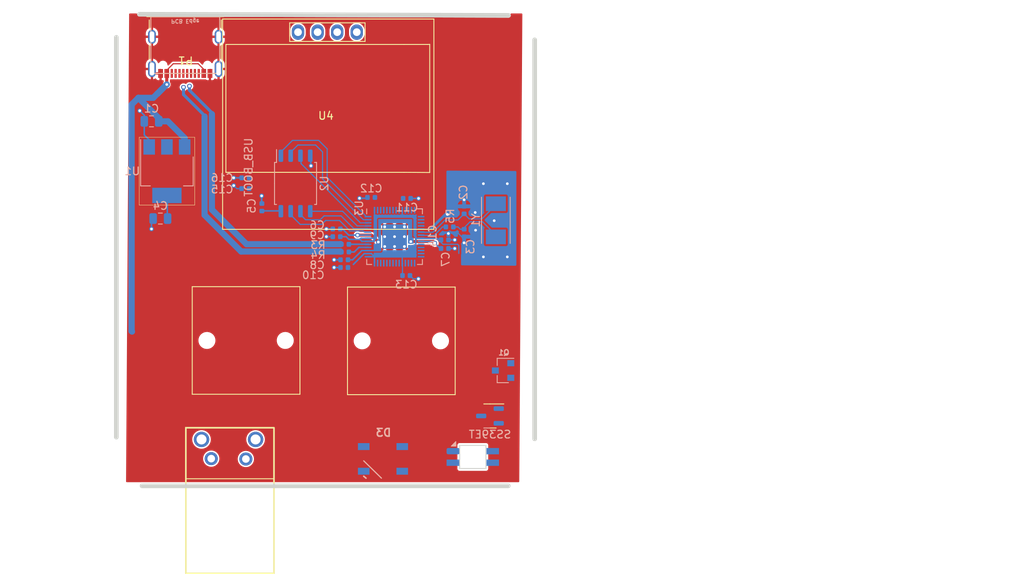
<source format=kicad_pcb>
(kicad_pcb (version 20221018) (generator pcbnew)
  (title_block (title "RP2040 Minimal Design Example") (date "2020-07-13") (rev "REV1") (company "Raspberry Pi (Trading) Ltd"))
  (layers (0 "F.Cu" signal) (31 "B.Cu" signal) (34 "B.Paste" user) (35 "F.Paste" user) (36 "B.SilkS" user "B.Silkscreen") (37 "F.SilkS" user "F.Silkscreen") (38 "B.Mask" user) (39 "F.Mask" user) (44 "Edge.Cuts" user))
  (net 0 "")
  (net 1 "GND")
  (net 2 "VBUS")
  (net 3 "/XIN")
  (net 4 "/XOUT")
  (net 5 "+3V3")
  (net 6 "+1V1")
  (net 7 "/GPIO2")
  (net 8 "/GPIO1")
  (net 9 "/GPIO0")
  (net 10 "Net-(R4-Pad2)")
  (net 11 "Net-(R3-Pad2)")
  (net 12 "Net-(C3-Pad1)")
  (net 13 "/RUN")
  (net 14 "/GPIO9")
  (net 15 "/GPIO8")
  (net 16 "/GPIO7")
  (net 17 "/GPIO6")
  (net 18 "/GPIO5")
  (net 19 "/GPIO4")
  (net 20 "/GPIO3")
  (net 21 "/SWD")
  (net 22 "/SWCLK")
  (net 23 "/QSPI_SS")
  (net 24 "/GPIO29_ADC3")
  (net 25 "/GPIO28_ADC2")
  (net 26 "/QSPI_SD3")
  (net 27 "/QSPI_SCLK")
  (net 28 "/QSPI_SD0")
  (net 29 "/QSPI_SD2")
  (net 30 "/QSPI_SD1")
  (net 31 "/USB_D+")
  (net 32 "/USB_D-")
  (net 33 "/GPIO27_ADC1")
  (net 34 "/GPIO26_ADC0")
  (net 35 "/GPIO25")
  (net 36 "/GPIO24")
  (net 37 "/GPIO23")
  (net 38 "/GPIO22")
  (net 39 "/GPIO21")
  (net 40 "/GPIO20")
  (net 41 "/GPIO19")
  (net 42 "/GPIO18")
  (net 43 "/GPIO17")
  (net 44 "/GPIO16")
  (net 45 "/GPIO15")
  (net 46 "/GPIO14")
  (net 47 "/GPIO13")
  (net 48 "/GPIO12")
  (net 49 "/GPIO11")
  (net 50 "/GPIO10")
  (footprint "Button_Switch_Keyboard:SW_Lekker_MX_1.00u_PCB" (layer "F.Cu") (at 91.935 107.89)
    (fp_text reference "REF**" hide)
    (fp_text value "SW_Lekker_MX_1.00u_PCB")
    (pad "" np_thru_hole circle (at -7.62 5.08) (size 1.7 1.7) (drill 1.7) (layers "*.Cu" "*.Mask"))
    (pad "" np_thru_hole circle (at 2.54 5.08) (size 1.7 1.7) (drill 1.7) (layers "*.Cu" "*.Mask"))
  )
  (footprint "Button_Switch_THT:2-1825027-0_Right_Angle_Button" (layer "F.Cu") (at 83.61436 125.8198)
    (fp_text reference "SW1" hide)
    (fp_text value "2-1825027-0_Right_Angle_Switch-9.24mm_Stem")
    (pad "1" thru_hole circle (at 1.26 2.49) (size 1.7 1.7) (drill 0.99) (layers "*.Cu" "*.Mask"))
    (pad "2" thru_hole circle (at 5.75 2.54) (size 1.7 1.7) (drill 0.99) (layers "*.Cu" "*.Mask"))
    (pad "3" thru_hole circle (at 0 0) (size 2 2) (drill 1.3) (layers "*.Cu" "*.Mask"))
    (pad "4" thru_hole circle (at 7.01 0) (size 2 2) (drill 1.3) (layers "*.Cu" "*.Mask"))
  )
  (footprint "Button_Switch_Keyboard:SW_Lekker_MX_1.00u_PCB" (layer "F.Cu") (at 112.07 107.94)
    (fp_text reference "REF**" hide)
    (fp_text value "SW_Lekker_MX_1.00u_PCB")
    (pad "" np_thru_hole circle (at -7.62 5.08) (size 1.7 1.7) (drill 1.7) (layers "*.Cu" "*.Mask"))
    (pad "" np_thru_hole circle (at 2.54 5.08) (size 1.7 1.7) (drill 1.7) (layers "*.Cu" "*.Mask"))
  )
  (footprint "Connector_USB:USB_C_Receptacle_GCT_USB4105-xx-A_16P_TopMnt_Horizontal" (layer "F.Cu") (at 81.505 74.62 180)
    (fp_text reference "P1" (at -0.03 -2 180 unlocked) (layer "F.SilkS"))
    (fp_text value "USB_C_Receptacle_GCT_USB4105-xx-A_16P_TopMnt_Horizontal")
    (fp_text user "PCB Edge" (at 0 3.1 180 unlocked) (layer "B.SilkS") (effects (font (size 0.5 0.5) (thickness 0.1)) (justify mirror)))
    (pad "" np_thru_hole circle (at -2.89 -2.605 180) (size 0.65 0.65) (drill 0.65) (layers "F&B.Cu" "*.Mask"))
    (pad "" np_thru_hole circle (at 2.89 -2.605 180) (size 0.65 0.65) (drill 0.65) (layers "F&B.Cu" "*.Mask"))
    (pad "A1" smd rect (at -3.2 -3.68 180) (size 0.6 1.15) (layers "F.Cu" "F.Paste" "F.Mask") (net 1 "GND"))
    (pad "A4" smd rect (at -2.4 -3.68 180) (size 0.6 1.15) (layers "F.Cu" "F.Paste" "F.Mask") (net 2 "VBUS"))
    (pad "A5" smd rect (at -1.25 -3.68 180) (size 0.3 1.15) (layers "F.Cu" "F.Paste" "F.Mask"))
    (pad "A6" smd rect (at -0.25 -3.68 180) (size 0.3 1.15) (layers "F.Cu" "F.Paste" "F.Mask") (net 31 "/USB_D+"))
    (pad "A7" smd rect (at 0.25 -3.68 180) (size 0.3 1.15) (layers "F.Cu" "F.Paste" "F.Mask") (net 32 "/USB_D-"))
    (pad "A8" smd rect (at 1.25 -3.68 180) (size 0.3 1.15) (layers "F.Cu" "F.Paste" "F.Mask"))
    (pad "A9" smd rect (at 2.4 -3.68 180) (size 0.6 1.15) (layers "F.Cu" "F.Paste" "F.Mask") (net 2 "VBUS"))
    (pad "A12" smd rect (at 3.2 -3.68 180) (size 0.6 1.15) (layers "F.Cu" "F.Paste" "F.Mask") (net 1 "GND"))
    (pad "B1" smd rect (at 3.2 -3.68 180) (size 0.6 1.15) (layers "F.Cu" "F.Paste" "F.Mask") (net 1 "GND"))
    (pad "B4" smd rect (at 2.4 -3.68 180) (size 0.6 1.15) (layers "F.Cu" "F.Paste" "F.Mask") (net 2 "VBUS"))
    (pad "B5" smd rect (at 1.75 -3.68 180) (size 0.3 1.15) (layers "F.Cu" "F.Paste" "F.Mask"))
    (pad "B6" smd rect (at 0.75 -3.68 180) (size 0.3 1.15) (layers "F.Cu" "F.Paste" "F.Mask"))
    (pad "B7" smd rect (at -0.75 -3.68 180) (size 0.3 1.15) (layers "F.Cu" "F.Paste" "F.Mask"))
    (pad "B8" smd rect (at -1.75 -3.68 180) (size 0.3 1.15) (layers "F.Cu" "F.Paste" "F.Mask"))
    (pad "B9" smd rect (at -2.4 -3.68 180) (size 0.6 1.15) (layers "F.Cu" "F.Paste" "F.Mask") (net 2 "VBUS"))
    (pad "B12" smd rect (at -3.2 -3.68 180) (size 0.6 1.15) (layers "F.Cu" "F.Paste" "F.Mask") (net 1 "GND"))
    (pad "S1" thru_hole oval (at -4.32 -3.105 180) (size 1 2.1) (drill oval 0.6 1.7) (layers "*.Cu" "*.Mask") (net 1 "GND"))
    (pad "S1" thru_hole oval (at -4.32 1.075 180) (size 1 1.8) (drill oval 0.6 1.4) (layers "*.Cu" "*.Mask") (net 1 "GND"))
    (pad "S1" thru_hole oval (at 4.32 -3.105 180) (size 1 2.1) (drill oval 0.6 1.7) (layers "*.Cu" "*.Mask") (net 1 "GND"))
    (pad "S1" thru_hole oval (at 4.32 1.075 180) (size 1 1.8) (drill oval 0.6 1.4) (layers "*.Cu" "*.Mask") (net 1 "GND"))
  )
  (footprint "SSD1306:128x64OLED" (layer "F.Cu") (at 99.75 83.545)
    (fp_text reference "U4" (at 0 0.254) (layer "F.SilkS"))
    (fp_text value "128x64OLED")
    (pad "1" thru_hole oval (at -3.62 -10.6 90) (size 2 1.6) (drill 1) (layers "*.Cu" "*.Mask"))
    (pad "2" thru_hole oval (at -1.08 -10.6 90) (size 2 1.6) (drill 1) (layers "*.Cu" "*.Mask"))
    (pad "3" thru_hole oval (at 1.46 -10.6 90) (size 2 1.6) (drill 1) (layers "*.Cu" "*.Mask"))
    (pad "4" thru_hole oval (at 4 -10.6 90) (size 2 1.6) (drill 1) (layers "*.Cu" "*.Mask"))
  )
  (footprint "Capacitor_SMD:C_0805_2012Metric" (layer "B.Cu") (at 78.275 97.145 180)
    (fp_text reference "C4" (at 0 1.65) (layer "B.SilkS") (effects (justify mirror)))
    (fp_text value "10u")
    (pad "1" smd roundrect (at -0.9375 0 180) (size 0.975 1.4) (layers "B.Cu" "B.Paste" "B.Mask") (net 5 "+3V3"))
    (pad "2" smd roundrect (at 0.9375 0 180) (size 0.975 1.4) (layers "B.Cu" "B.Paste" "B.Mask") (net 1 "GND"))
  )
  (footprint "Capacitor_SMD:C_0402_1005Metric" (layer "B.Cu") (at 102.125 103.4975 180)
    (fp_text reference "C10" (at 4.015 -0.99) (layer "B.SilkS") (effects (justify mirror)))
    (fp_text value "1u")
    (pad "1" smd roundrect (at -0.485 0 180) (size 0.59 0.64) (layers "B.Cu" "B.Paste" "B.Mask") (net 5 "+3V3"))
    (pad "2" smd roundrect (at 0.485 0 180) (size 0.59 0.64) (layers "B.Cu" "B.Paste" "B.Mask") (net 1 "GND"))
  )
  (footprint "Capacitor_SMD:C_0402_1005Metric" (layer "B.Cu") (at 102.125 102.4975 180)
    (fp_text reference "C8" (at 3.515 -0.69) (layer "B.SilkS") (effects (justify mirror)))
    (fp_text value "1u")
    (pad "1" smd roundrect (at -0.485 0 180) (size 0.59 0.64) (layers "B.Cu" "B.Paste" "B.Mask") (net 6 "+1V1"))
    (pad "2" smd roundrect (at 0.485 0 180) (size 0.59 0.64) (layers "B.Cu" "B.Paste" "B.Mask") (net 1 "GND"))
  )
  (footprint "Capacitor_SMD:C_0402_1005Metric" (layer "B.Cu") (at 110.165 104.545)
    (fp_text reference "C13" (at 0 1.17) (layer "B.SilkS") (effects (justify mirror)))
    (fp_text value "100n")
    (pad "1" smd roundrect (at -0.485 0) (size 0.59 0.64) (layers "B.Cu" "B.Paste" "B.Mask") (net 5 "+3V3"))
    (pad "2" smd roundrect (at 0.485 0) (size 0.59 0.64) (layers "B.Cu" "B.Paste" "B.Mask") (net 1 "GND"))
  )
  (footprint "Capacitor_SMD:C_0402_1005Metric" (layer "B.Cu") (at 91.44 95.6825 90)
    (fp_text reference "C5" (at 0.185 -1.33 90) (layer "B.SilkS") (effects (justify mirror)))
    (fp_text value "100n")
    (pad "1" smd roundrect (at -0.485 0 90) (size 0.59 0.64) (layers "B.Cu" "B.Paste" "B.Mask") (net 5 "+3V3"))
    (pad "2" smd roundrect (at 0.485 0 90) (size 0.59 0.64) (layers "B.Cu" "B.Paste" "B.Mask") (net 1 "GND"))
  )
  (footprint "Package_TO_SOT_SMD:SOT-223-3_TabPin2" (layer "B.Cu") (at 79.125 90.995 -90)
    (fp_text reference "U1" (at 0 4.5 180) (layer "B.SilkS") (effects (justify mirror)))
    (fp_text value "NCP1117-3.3_SOT223")
    (pad "1" smd rect (at -3.15 2.3 270) (size 2 1.5) (layers "B.Cu" "B.Paste" "B.Mask") (net 1 "GND"))
    (pad "2" smd rect (at -3.15 0 270) (size 2 1.5) (layers "B.Cu" "B.Paste" "B.Mask") (net 5 "+3V3"))
    (pad "2" smd rect (at 3.15 0 270) (size 2 3.8) (layers "B.Cu" "B.Paste" "B.Mask") (net 5 "+3V3"))
    (pad "3" smd rect (at -3.15 -2.3 270) (size 2 1.5) (layers "B.Cu" "B.Paste" "B.Mask") (net 2 "VBUS"))
  )
  (footprint "Package_SO:SOIC-8_5.23x5.23mm_P1.27mm" (layer "B.Cu") (at 95.81 92.5875 -90)
    (fp_text reference "U2" (at 0 -3.725 90) (layer "B.SilkS") (effects (justify mirror)))
    (fp_text value "W25Q128JVS")
    (pad "1" smd roundrect (at -3.6 1.905 270) (size 1.6 0.6) (layers "B.Cu" "B.Paste" "B.Mask") (net 23 "/QSPI_SS"))
    (pad "2" smd roundrect (at -3.6 0.635 270) (size 1.6 0.6) (layers "B.Cu" "B.Paste" "B.Mask") (net 30 "/QSPI_SD1"))
    (pad "3" smd roundrect (at -3.6 -0.635 270) (size 1.6 0.6) (layers "B.Cu" "B.Paste" "B.Mask") (net 29 "/QSPI_SD2"))
    (pad "4" smd roundrect (at -3.6 -1.905 270) (size 1.6 0.6) (layers "B.Cu" "B.Paste" "B.Mask") (net 1 "GND"))
    (pad "5" smd roundrect (at 3.6 -1.905 270) (size 1.6 0.6) (layers "B.Cu" "B.Paste" "B.Mask") (net 28 "/QSPI_SD0"))
    (pad "6" smd roundrect (at 3.6 -0.635 270) (size 1.6 0.6) (layers "B.Cu" "B.Paste" "B.Mask") (net 27 "/QSPI_SCLK"))
    (pad "7" smd roundrect (at 3.6 0.635 270) (size 1.6 0.6) (layers "B.Cu" "B.Paste" "B.Mask") (net 26 "/QSPI_SD3"))
    (pad "8" smd roundrect (at 3.6 1.905 270) (size 1.6 0.6) (layers "B.Cu" "B.Paste" "B.Mask") (net 5 "+3V3"))
  )
  (footprint "Capacitor_SMD:C_0402_1005Metric" (layer "B.Cu") (at 117.675 99.015 -90)
    (fp_text reference "C3" (at 1.785 -0.814 90) (layer "B.SilkS") (effects (justify mirror)))
    (fp_text value "27p")
    (pad "1" smd roundrect (at -0.485 0 270) (size 0.59 0.64) (layers "B.Cu" "B.Paste" "B.Mask") (net 12 "Net-(C3-Pad1)"))
    (pad "2" smd roundrect (at 0.485 0 270) (size 0.59 0.64) (layers "B.Cu" "B.Paste" "B.Mask") (net 1 "GND"))
  )
  (footprint "Capacitor_SMD:C_0402_1005Metric" (layer "B.Cu") (at 101.125 99.4975 180)
    (fp_text reference "C9" (at 2.515 0.2) (layer "B.SilkS") (effects (justify mirror)))
    (fp_text value "100n")
    (pad "1" smd roundrect (at -0.485 0 180) (size 0.59 0.64) (layers "B.Cu" "B.Paste" "B.Mask") (net 5 "+3V3"))
    (pad "2" smd roundrect (at 0.485 0 180) (size 0.59 0.64) (layers "B.Cu" "B.Paste" "B.Mask") (net 1 "GND"))
  )
  (footprint "Capacitor_SMD:C_0402_1005Metric" (layer "B.Cu") (at 105.62 94.4025 180)
    (fp_text reference "C12" (at 0 1.17) (layer "B.SilkS") (effects (justify mirror)))
    (fp_text value "100n")
    (pad "1" smd roundrect (at -0.485 0 180) (size 0.59 0.64) (layers "B.Cu" "B.Paste" "B.Mask") (net 5 "+3V3"))
    (pad "2" smd roundrect (at 0.485 0 180) (size 0.59 0.64) (layers "B.Cu" "B.Paste" "B.Mask") (net 1 "GND"))
  )
  (footprint "Capacitor_SMD:C_0402_1005Metric" (layer "B.Cu") (at 115.16 99.911)
    (fp_text reference "C14" (at -1.585 -0.5 90) (layer "B.SilkS") (effects (justify mirror)))
    (fp_text value "100n")
    (pad "1" smd roundrect (at -0.485 0) (size 0.59 0.64) (layers "B.Cu" "B.Paste" "B.Mask") (net 5 "+3V3"))
    (pad "2" smd roundrect (at 0.485 0) (size 0.59 0.64) (layers "B.Cu" "B.Paste" "B.Mask") (net 1 "GND"))
  )
  (footprint "Capacitor_SMD:C_0402_1005Metric" (layer "B.Cu") (at 102.239124 100.4825)
    (fp_text reference "R3" (at -3.515 0.09) (layer "B.SilkS") (effects (justify mirror)))
    (fp_text value "27")
    (pad "1" smd roundrect (at -0.485 0) (size 0.59 0.64) (layers "B.Cu" "B.Paste" "B.Mask") (net 31 "/USB_D+"))
    (pad "2" smd roundrect (at 0.485 0) (size 0.59 0.64) (layers "B.Cu" "B.Paste" "B.Mask") (net 11 "Net-(R3-Pad2)"))
  )
  (footprint "Capacitor_SMD:C_0402_1005Metric" (layer "B.Cu") (at 115.16 101.03)
    (fp_text reference "C7" (at 0.115 1.4 90) (layer "B.SilkS") (effects (justify mirror)))
    (fp_text value "100n")
    (pad "1" smd roundrect (at -0.485 0) (size 0.59 0.64) (layers "B.Cu" "B.Paste" "B.Mask") (net 6 "+1V1"))
    (pad "2" smd roundrect (at 0.485 0) (size 0.59 0.64) (layers "B.Cu" "B.Paste" "B.Mask") (net 1 "GND"))
  )
  (footprint "Capacitor_SMD:C_0805_2012Metric" (layer "B.Cu") (at 77.125 84.52 180)
    (fp_text reference "C1" (at 0 1.65) (layer "B.SilkS") (effects (justify mirror)))
    (fp_text value "10u")
    (pad "1" smd roundrect (at -0.9375 0 180) (size 0.975 1.4) (layers "B.Cu" "B.Paste" "B.Mask") (net 2 "VBUS"))
    (pad "2" smd roundrect (at 0.9375 0 180) (size 0.975 1.4) (layers "B.Cu" "B.Paste" "B.Mask") (net 1 "GND"))
  )
  (footprint "Capacitor_SMD:C_0402_1005Metric" (layer "B.Cu") (at 110.25 94.5325)
    (fp_text reference "C11" (at 0 1.17) (layer "B.SilkS") (effects (justify mirror)))
    (fp_text value "100n")
    (pad "1" smd roundrect (at -0.485 0) (size 0.59 0.64) (layers "B.Cu" "B.Paste" "B.Mask") (net 5 "+3V3"))
    (pad "2" smd roundrect (at 0.485 0) (size 0.59 0.64) (layers "B.Cu" "B.Paste" "B.Mask") (net 1 "GND"))
  )
  (footprint "Capacitor_SMD:C_0402_1005Metric" (layer "B.Cu") (at 89.3 91.8575 180)
    (fp_text reference "C16" (at 3.015 0) (layer "B.SilkS") (effects (justify mirror)))
    (fp_text value "100n")
    (pad "1" smd roundrect (at -0.485 0 180) (size 0.59 0.64) (layers "B.Cu" "B.Paste" "B.Mask") (net 5 "+3V3"))
    (pad "2" smd roundrect (at 0.485 0 180) (size 0.59 0.64) (layers "B.Cu" "B.Paste" "B.Mask") (net 1 "GND"))
  )
  (footprint "RP2040_minimal:RP2040-QFN-56" (layer "B.Cu") (at 108.65 99.495 -90)
    (fp_text reference "U3" (at -3.71 4.6 90) (layer "B.SilkS") (effects (justify mirror)))
    (fp_text value "RP2040")
    (pad "1" smd roundrect (at -3.4375 2.6 270) (size 0.875 0.2) (layers "B.Cu" "B.Paste" "B.Mask") (net 5 "+3V3"))
    (pad "2" smd roundrect (at -3.4375 2.2 270) (size 0.875 0.2) (layers "B.Cu" "B.Paste" "B.Mask") (net 9 "/GPIO0"))
    (pad "3" smd roundrect (at -3.4375 1.8 270) (size 0.875 0.2) (layers "B.Cu" "B.Paste" "B.Mask") (net 8 "/GPIO1"))
    (pad "4" smd roundrect (at -3.4375 1.4 270) (size 0.875 0.2) (layers "B.Cu" "B.Paste" "B.Mask") (net 7 "/GPIO2"))
    (pad "5" smd roundrect (at -3.4375 1 270) (size 0.875 0.2) (layers "B.Cu" "B.Paste" "B.Mask") (net 20 "/GPIO3"))
    (pad "6" smd roundrect (at -3.4375 0.6 270) (size 0.875 0.2) (layers "B.Cu" "B.Paste" "B.Mask") (net 19 "/GPIO4"))
    (pad "7" smd roundrect (at -3.4375 0.2 270) (size 0.875 0.2) (layers "B.Cu" "B.Paste" "B.Mask") (net 18 "/GPIO5"))
    (pad "8" smd roundrect (at -3.4375 -0.2 270) (size 0.875 0.2) (layers "B.Cu" "B.Paste" "B.Mask") (net 17 "/GPIO6"))
    (pad "9" smd roundrect (at -3.4375 -0.6 270) (size 0.875 0.2) (layers "B.Cu" "B.Paste" "B.Mask") (net 16 "/GPIO7"))
    (pad "10" smd roundrect (at -3.4375 -1 270) (size 0.875 0.2) (layers "B.Cu" "B.Paste" "B.Mask") (net 5 "+3V3"))
    (pad "11" smd roundrect (at -3.4375 -1.4 270) (size 0.875 0.2) (layers "B.Cu" "B.Paste" "B.Mask") (net 15 "/GPIO8"))
    (pad "12" smd roundrect (at -3.4375 -1.8 270) (size 0.875 0.2) (layers "B.Cu" "B.Paste" "B.Mask") (net 14 "/GPIO9"))
    (pad "13" smd roundrect (at -3.4375 -2.2 270) (size 0.875 0.2) (layers "B.Cu" "B.Paste" "B.Mask") (net 50 "/GPIO10"))
    (pad "14" smd roundrect (at -3.4375 -2.6 270) (size 0.875 0.2) (layers "B.Cu" "B.Paste" "B.Mask") (net 49 "/GPIO11"))
    (pad "15" smd roundrect (at -2.6 -3.4375 270) (size 0.2 0.875) (layers "B.Cu" "B.Paste" "B.Mask") (net 48 "/GPIO12"))
    (pad "16" smd roundrect (at -2.2 -3.4375 270) (size 0.2 0.875) (layers "B.Cu" "B.Paste" "B.Mask") (net 47 "/GPIO13"))
    (pad "17" smd roundrect (at -1.8 -3.4375 270) (size 0.2 0.875) (layers "B.Cu" "B.Paste" "B.Mask") (net 46 "/GPIO14"))
    (pad "18" smd roundrect (at -1.4 -3.4375 270) (size 0.2 0.875) (layers "B.Cu" "B.Paste" "B.Mask") (net 45 "/GPIO15"))
    (pad "19" smd roundrect (at -1 -3.4375 270) (size 0.2 0.875) (layers "B.Cu" "B.Paste" "B.Mask") (net 1 "GND"))
    (pad "20" smd roundrect (at -0.6 -3.4375 270) (size 0.2 0.875) (layers "B.Cu" "B.Paste" "B.Mask") (net 3 "/XIN"))
    (pad "21" smd roundrect (at -0.2 -3.4375 270) (size 0.2 0.875) (layers "B.Cu" "B.Paste" "B.Mask") (net 4 "/XOUT"))
    (pad "22" smd roundrect (at 0.2 -3.4375 270) (size 0.2 0.875) (layers "B.Cu" "B.Paste" "B.Mask") (net 5 "+3V3"))
    (pad "23" smd roundrect (at 0.6 -3.4375 270) (size 0.2 0.875) (layers "B.Cu" "B.Paste" "B.Mask") (net 6 "+1V1"))
    (pad "24" smd roundrect (at 1 -3.4375 270) (size 0.2 0.875) (layers "B.Cu" "B.Paste" "B.Mask") (net 22 "/SWCLK"))
    (pad "25" smd roundrect (at 1.4 -3.4375 270) (size 0.2 0.875) (layers "B.Cu" "B.Paste" "B.Mask") (net 21 "/SWD"))
    (pad "26" smd roundrect (at 1.8 -3.4375 270) (size 0.2 0.875) (layers "B.Cu" "B.Paste" "B.Mask") (net 13 "/RUN"))
    (pad "27" smd roundrect (at 2.2 -3.4375 270) (size 0.2 0.875) (layers "B.Cu" "B.Paste" "B.Mask") (net 44 "/GPIO16"))
    (pad "28" smd roundrect (at 2.6 -3.4375 270) (size 0.2 0.875) (layers "B.Cu" "B.Paste" "B.Mask") (net 43 "/GPIO17"))
    (pad "29" smd roundrect (at 3.4375 -2.6 270) (size 0.875 0.2) (layers "B.Cu" "B.Paste" "B.Mask") (net 42 "/GPIO18"))
    (pad "30" smd roundrect (at 3.4375 -2.2 270) (size 0.875 0.2) (layers "B.Cu" "B.Paste" "B.Mask") (net 41 "/GPIO19"))
    (pad "31" smd roundrect (at 3.4375 -1.8 270) (size 0.875 0.2) (layers "B.Cu" "B.Paste" "B.Mask") (net 40 "/GPIO20"))
    (pad "32" smd roundrect (at 3.4375 -1.4 270) (size 0.875 0.2) (layers "B.Cu" "B.Paste" "B.Mask") (net 39 "/GPIO21"))
    (pad "33" smd roundrect (at 3.4375 -1 270) (size 0.875 0.2) (layers "B.Cu" "B.Paste" "B.Mask") (net 5 "+3V3"))
    (pad "34" smd roundrect (at 3.4375 -0.6 270) (size 0.875 0.2) (layers "B.Cu" "B.Paste" "B.Mask") (net 38 "/GPIO22"))
    (pad "35" smd roundrect (at 3.4375 -0.2 270) (size 0.875 0.2) (layers "B.Cu" "B.Paste" "B.Mask") (net 37 "/GPIO23"))
    (pad "36" smd roundrect (at 3.4375 0.2 270) (size 0.875 0.2) (layers "B.Cu" "B.Paste" "B.Mask") (net 36 "/GPIO24"))
    (pad "37" smd roundrect (at 3.4375 0.6 270) (size 0.875 0.2) (layers "B.Cu" "B.Paste" "B.Mask") (net 35 "/GPIO25"))
    (pad "38" smd roundrect (at 3.4375 1 270) (size 0.875 0.2) (layers "B.Cu" "B.Paste" "B.Mask") (net 34 "/GPIO26_ADC0"))
    (pad "39" smd roundrect (at 3.4375 1.4 270) (size 0.875 0.2) (layers "B.Cu" "B.Paste" "B.Mask") (net 33 "/GPIO27_ADC1"))
    (pad "40" smd roundrect (at 3.4375 1.8 270) (size 0.875 0.2) (layers "B.Cu" "B.Paste" "B.Mask") (net 25 "/GPIO28_ADC2"))
    (pad "41" smd roundrect (at 3.4375 2.2 270) (size 0.875 0.2) (layers "B.Cu" "B.Paste" "B.Mask") (net 24 "/GPIO29_ADC3"))
    (pad "42" smd roundrect (at 3.4375 2.6 270) (size 0.875 0.2) (layers "B.Cu" "B.Paste" "B.Mask") (net 5 "+3V3"))
    (pad "43" smd roundrect (at 2.6 3.4375 270) (size 0.2 0.875) (layers "B.Cu" "B.Paste" "B.Mask") (net 5 "+3V3"))
    (pad "44" smd roundrect (at 2.2 3.4375 270) (size 0.2 0.875) (layers "B.Cu" "B.Paste" "B.Mask") (net 5 "+3V3"))
    (pad "45" smd roundrect (at 1.8 3.4375 270) (size 0.2 0.875) (layers "B.Cu" "B.Paste" "B.Mask") (net 6 "+1V1"))
    (pad "46" smd roundrect (at 1.4 3.4375 270) (size 0.2 0.875) (layers "B.Cu" "B.Paste" "B.Mask") (net 10 "Net-(R4-Pad2)"))
    (pad "47" smd roundrect (at 1 3.4375 270) (size 0.2 0.875) (layers "B.Cu" "B.Paste" "B.Mask") (net 11 "Net-(R3-Pad2)"))
    (pad "48" smd roundrect (at 0.6 3.4375 270) (size 0.2 0.875) (layers "B.Cu" "B.Paste" "B.Mask") (net 5 "+3V3"))
    (pad "49" smd roundrect (at 0.2 3.4375 270) (size 0.2 0.875) (layers "B.Cu" "B.Paste" "B.Mask") (net 5 "+3V3"))
    (pad "50" smd roundrect (at -0.2 3.4375 270) (size 0.2 0.875) (layers "B.Cu" "B.Paste" "B.Mask") (net 6 "+1V1"))
    (pad "51" smd roundrect (at -0.6 3.4375 270) (size 0.2 0.875) (layers "B.Cu" "B.Paste" "B.Mask") (net 26 "/QSPI_SD3"))
    (pad "52" smd roundrect (at -1 3.4375 270) (size 0.2 0.875) (layers "B.Cu" "B.Paste" "B.Mask") (net 27 "/QSPI_SCLK"))
    (pad "53" smd roundrect (at -1.4 3.4375 270) (size 0.2 0.875) (layers "B.Cu" "B.Paste" "B.Mask") (net 28 "/QSPI_SD0"))
    (pad "54" smd roundrect (at -1.8 3.4375 270) (size 0.2 0.875) (layers "B.Cu" "B.Paste" "B.Mask") (net 29 "/QSPI_SD2"))
    (pad "55" smd roundrect (at -2.2 3.4375 270) (size 0.2 0.875) (layers "B.Cu" "B.Paste" "B.Mask") (net 30 "/QSPI_SD1"))
    (pad "56" smd roundrect (at -2.6 3.4375 270) (size 0.2 0.875) (layers "B.Cu" "B.Paste" "B.Mask") (net 23 "/QSPI_SS"))
    (pad "57" thru_hole circle (at -1.275 -1.275 270) (size 0.6 0.6) (drill 0.35) (layers "*.Cu") (net 1 "GND"))
    (pad "57" thru_hole circle (at -1.275 0 270) (size 0.6 0.6) (drill 0.35) (layers "*.Cu") (net 1 "GND"))
    (pad "57" thru_hole circle (at -1.275 1.275 270) (size 0.6 0.6) (drill 0.35) (layers "*.Cu") (net 1 "GND"))
    (pad "57" thru_hole circle (at 0 -1.275 270) (size 0.6 0.6) (drill 0.35) (layers "*.Cu") (net 1 "GND"))
    (pad "57" thru_hole circle (at 0 0 270) (size 0.6 0.6) (drill 0.35) (layers "*.Cu") (net 1 "GND"))
    (pad "57" smd roundrect (at 0 0 270) (size 3.2 3.2) (layers "B.Cu" "B.Mask") (roundrect_rratio 0.045) (net 1 "GND"))
    (pad "57" thru_hole circle (at 0 1.275 270) (size 0.6 0.6) (drill 0.35) (layers "*.Cu") (net 1 "GND"))
    (pad "57" thru_hole circle (at 1.275 -1.275 270) (size 0.6 0.6) (drill 0.35) (layers "*.Cu") (net 1 "GND"))
    (pad "57" thru_hole circle (at 1.275 0 270) (size 0.6 0.6) (drill 0.35) (layers "*.Cu") (net 1 "GND"))
    (pad "57" thru_hole circle (at 1.275 1.275 270) (size 0.6 0.6) (drill 0.35) (layers "*.Cu") (net 1 "GND"))
  )
  (footprint "Capacitor_SMD:C_0402_1005Metric" (layer "B.Cu") (at 117.675 96.045 90)
    (fp_text reference "C2" (at 2.315 -0.1 90) (layer "B.SilkS") (effects (justify mirror)))
    (fp_text value "27p")
    (pad "1" smd roundrect (at -0.485 0 90) (size 0.59 0.64) (layers "B.Cu" "B.Paste" "B.Mask") (net 3 "/XIN"))
    (pad "2" smd roundrect (at 0.485 0 90) (size 0.59 0.64) (layers "B.Cu" "B.Paste" "B.Mask") (net 1 "GND"))
  )
  (footprint "Capacitor_SMD:C_0402_1005Metric" (layer "B.Cu") (at 102.239124 101.4825)
    (fp_text reference "R4" (at -3.515 0.39) (layer "B.SilkS") (effects (justify mirror)))
    (fp_text value "27")
    (pad "1" smd roundrect (at -0.485 0) (size 0.59 0.64) (layers "B.Cu" "B.Paste" "B.Mask") (net 32 "/USB_D-"))
    (pad "2" smd roundrect (at 0.485 0) (size 0.59 0.64) (layers "B.Cu" "B.Paste" "B.Mask") (net 10 "Net-(R4-Pad2)"))
  )
  (footprint "Capacitor_SMD:C_0402_1005Metric" (layer "B.Cu") (at 101.125 98.4975 180)
    (fp_text reference "C6" (at 2.515 0.51) (layer "B.SilkS") (effects (justify mirror)))
    (fp_text value "100n")
    (pad "1" smd roundrect (at -0.485 0 180) (size 0.59 0.64) (layers "B.Cu" "B.Paste" "B.Mask") (net 6 "+1V1"))
    (pad "2" smd roundrect (at 0.485 0 180) (size 0.59 0.64) (layers "B.Cu" "B.Paste" "B.Mask") (net 1 "GND"))
  )
  (footprint "Capacitor_SMD:C_0402_1005Metric" (layer "B.Cu") (at 89.3 93.2575 180)
    (fp_text reference "C15" (at 3.015 -0.1) (layer "B.SilkS") (effects (justify mirror)))
    (fp_text value "100n")
    (pad "1" smd roundrect (at -0.485 0 180) (size 0.59 0.64) (layers "B.Cu" "B.Paste" "B.Mask") (net 5 "+3V3"))
    (pad "2" smd roundrect (at 0.485 0 180) (size 0.59 0.64) (layers "B.Cu" "B.Paste" "B.Mask") (net 1 "GND"))
  )
  (footprint "Capacitor_SMD:C_0402_1005Metric" (layer "B.Cu") (at 115.79 98.23)
    (fp_text reference "R5" (at 0.085 -1.4 90) (layer "B.SilkS") (effects (justify mirror)))
    (fp_text value "1k")
    (pad "1" smd roundrect (at -0.485 0) (size 0.59 0.64) (layers "B.Cu" "B.Paste" "B.Mask") (net 4 "/XOUT"))
    (pad "2" smd roundrect (at 0.485 0) (size 0.59 0.64) (layers "B.Cu" "B.Paste" "B.Mask") (net 12 "Net-(C3-Pad1)"))
  )
  (footprint "Crystal:Crystal_SMD_Abracon_ABM7-2Pin_6.0x3.5mm" (layer "B.Cu") (at 121.791 97.371 -90)
    (fp_text reference "Y1" (at 0 2.6 90) (layer "B.SilkS") (effects (justify mirror)))
    (fp_text value "ABLS-12.000MHZ-B4-T")
    (pad "1" smd rect (at -2.15 0 270) (size 1.9 2.6) (layers "B.Cu" "B.Paste" "B.Mask") (net 3 "/XIN"))
    (pad "2" smd rect (at 2.15 0 270) (size 1.9 2.6) (layers "B.Cu" "B.Paste" "B.Mask") (net 12 "Net-(C3-Pad1)"))
  )
  (footprint "Package_TO_SOT_SMD:SOT-23-3" (layer "B.Cu") (at 121.025 122.77 180)
    (fp_text reference "S1" hide)
    (fp_text value "SS39ET" (at 0 -2.4) (layer "B.SilkS") (effects (justify mirror)))
    (pad "1" smd roundrect (at -1.1375 0.95 180) (size 1.325 0.6) (layers "B.Cu" "B.Paste" "B.Mask"))
    (pad "2" smd roundrect (at -1.1375 -0.95 180) (size 1.325 0.6) (layers "B.Cu" "B.Paste" "B.Mask"))
    (pad "3" smd roundrect (at 1.1375 0 180) (size 1.325 0.6) (layers "B.Cu" "B.Paste" "B.Mask"))
  )
  (footprint "Keebio-Parts:SOT-23" (layer "B.Cu") (at 122.725 116.87 180)
    (fp_text reference "Q1" (at -0.1 2.325) (layer "B.SilkS") (effects (font (size 0.7 0.7)) (justify mirror)))
    (fp_text value "SOT-23")
    (pad "1" smd rect (at -1 0.95 180) (size 0.9 0.8) (layers "B.Cu" "B.Paste" "B.Mask"))
    (pad "2" smd rect (at -1 -0.95 180) (size 0.9 0.8) (layers "B.Cu" "B.Paste" "B.Mask"))
    (pad "3" smd rect (at 1 0 180) (size 0.9 0.8) (layers "B.Cu" "B.Paste" "B.Mask"))
  )
  (footprint "Keebio-Parts:WS2812B" (layer "B.Cu") (at 107.15 128.345 180)
    (fp_text reference "D3" (at -0.06 3.41) (layer "B.SilkS") (effects (font (thickness 0.2)) (justify mirror)))
    (fp_text value "WS2812B" hide)
    (pad "1" smd rect (at -2.49936 1.6002 90) (size 0.89916 1.50114) (layers "B.Cu" "B.Paste" "B.Mask"))
    (pad "2" smd rect (at -2.49936 -1.6002 90) (size 0.89916 1.50114) (layers "B.Cu" "B.Paste" "B.Mask"))
    (pad "3" smd rect (at 2.49936 -1.6002 90) (size 0.89916 1.50114) (layers "B.Cu" "B.Paste" "B.Mask"))
    (pad "4" smd rect (at 2.49936 1.6002 90) (size 0.89916 1.50114) (layers "B.Cu" "B.Paste" "B.Mask"))
  )
  (footprint "Keebio-Parts:SK6812-MINI-E" (layer "B.Cu") (at 118.8 128.09 180)
    (fp_text reference "D1" hide)
    (fp_text value "SK6812-MINI-E" hide)
    (fp_line (start -1.7 -1.5) (end -1.7 1.5) (stroke (width 0.12)) (layer "Edge.Cuts"))
    (fp_line (start -1.7 1.5) (end 1.7 1.5) (stroke (width 0.12)) (layer "Edge.Cuts"))
    (fp_line (start 1.7 -1.5) (end -1.7 -1.5) (stroke (width 0.12)) (layer "Edge.Cuts"))
    (fp_line (start 1.7 1.5) (end 1.7 -1.5) (stroke (width 0.12)) (layer "Edge.Cuts"))
    (pad "1" smd rect (at -2.55 -0.75 180) (size 1.7 0.82) (layers "B.Cu" "B.Paste" "B.Mask"))
    (pad "2" smd rect (at -2.55 0.75 180) (size 1.7 0.82) (layers "B.Cu" "B.Paste" "B.Mask"))
    (pad "3" smd roundrect (at 2.55 0.75 180) (size 1.7 0.82) (layers "B.Cu" "B.Paste" "B.Mask"))
    (pad "4" smd rect (at 2.55 -0.75 180) (size 1.7 0.82) (layers "B.Cu" "B.Paste" "B.Mask"))
  )
  (gr_line (start 126.824999 73.944999) (end 126.825 125.745001) (stroke (width 0.6)) (layer "Edge.Cuts"))
  (gr_line (start 123.400001 131.845) (end 75.899999 131.845) (stroke (width 0.6)) (layer "Edge.Cuts"))
  (gr_line (start 75.565 70.62) (end 123.425 70.77) (stroke (width 0.6)) (layer "Edge.Cuts"))
  (gr_line (start 72.565 125.52) (end 72.565 73.62) (stroke (width 0.6)) (layer "Edge.Cuts"))
  (gr_text "\nUSB_BOOT" (at 88.91 90.4875 90) (layer "B.SilkS") (effects (font (size 1 1)) (justify mirror)))
  (segment (start 101.56 103.2475) (end 100.81 102.4975) (width 0.2) (layer "F.Cu") (net 1))
  (via (at 115.6315 99.0855) (size 0.6) (drill 0.35) (layers "F.Cu" "B.Cu") (net 1))
  (via (at 121.575 97.42) (size 0.6) (drill 0.35) (layers "F.Cu" "B.Cu") (net 1))
  (via (at 119.16 98.6575) (size 0.6) (drill 0.35) (layers "F.Cu" "B.Cu") (net 1))
  (via (at 123.275 92.62) (size 0.6) (drill 0.35) (layers "F.Cu" "B.Cu") (net 1))
  (via (at 120.175 92.62) (size 0.6) (drill 0.35) (layers "F.Cu" "B.Cu") (net 1))
  (via (at 120.175 102.12) (size 0.6) (drill 0.35) (layers "F.Cu" "B.Cu") (net 1))
  (via (at 97.81 90.2975) (size 0.6) (drill 0.35) (layers "F.Cu" "B.Cu") (net 1))
  (via (at 111.75 104.97) (size 0.6) (drill 0.35) (layers "F.Cu" "B.Cu") (net 1))
  (via (at 115.5045 96.609) (size 0.6) (drill 0.35) (layers "F.Cu" "B.Cu") (net 1))
  (via (at 111.765 94.5325) (size 0.6) (drill 0.35) (layers "F.Cu" "B.Cu") (net 1))
  (via (at 104.105 94.5075) (size 0.6) (drill 0.35) (layers "F.Cu" "B.Cu") (net 1))
  (via (at 100.81 103.4975) (size 0.6) (drill 0.35) (layers "F.Cu" "B.Cu") (net 1))
  (via (at 87.785 92.8575) (size 0.6) (drill 0.35) (layers "F.Cu" "B.Cu") (net 1))
  (via (at 117.6635 100.292) (size 0.6) (drill 0.35) (layers "F.Cu" "B.Cu") (net 1))
  (via (at 91.41 94.1975) (size 0.6) (drill 0.35) (layers "F.Cu" "B.Cu") (net 1))
  (via (at 116.45699 99.910994) (size 0.6) (drill 0.35) (layers "F.Cu" "B.Cu") (net 1))
  (via (at 123.275 102.12) (size 0.6) (drill 0.35) (layers "F.Cu" "B.Cu") (net 1))
  (via (at 100.81 102.4975) (size 0.6) (drill 0.35) (layers "F.Cu" "B.Cu") (net 1))
  (via (at 77.125 98.495) (size 0.6) (drill 0.35) (layers "F.Cu" "B.Cu") (net 1))
  (via (at 75.6 83.15) (size 0.6) (drill 0.35) (layers "F.Cu" "B.Cu") (net 1))
  (via (at 117.675 94.704) (size 0.6) (drill 0.35) (layers "F.Cu" "B.Cu") (net 1))
  (via (at 99.810008 98.4975) (size 0.6) (drill 0.35) (layers "F.Cu" "B.Cu") (net 1))
  (via (at 99.81 99.4975) (size 0.6) (drill 0.35) (layers "F.Cu" "B.Cu") (net 1))
  (via (at 116.457004 101.03) (size 0.6) (drill 0.35) (layers "F.Cu" "B.Cu") (net 1))
  (via (at 119.11 96.3575) (size 0.6) (drill 0.35) (layers "F.Cu" "B.Cu") (net 1))
  (via (at 87.785 91.8575) (size 0.6) (drill 0.35) (layers "F.Cu" "B.Cu") (net 1))
  (segment (start 113.3295 98.53) (end 115.2505 96.609) (width 0.15) (layer "B.Cu") (net 1))
  (segment (start 76.1875 84.52) (end 76.1875 85.2125) (width 0.2) (layer "B.Cu") (net 1))
  (segment (start 76.1875 84.52) (end 76.1875 83.7375) (width 0.2) (layer "B.Cu") (net 1))
  (segment (start 112.1125 98.53) (end 113.3295 98.53) (width 0.15) (layer "B.Cu") (net 1))
  (segment (start 117.675 99.5) (end 117.355 99.5) (width 0.15) (layer "B.Cu") (net 1))
  (segment (start 111.075 104.97) (end 110.65 104.545) (width 0.15) (layer "B.Cu") (net 1))
  (segment (start 105.03 94.5075) (end 104.105 94.5075) (width 0.2) (layer "B.Cu") (net 1))
  (segment (start 77.125 98.495) (end 77.125 97.145) (width 0.2) (layer "B.Cu") (net 1))
  (segment (start 91.44 95.1975) (end 91.44 94.9025) (width 0.2) (layer "B.Cu") (net 1))
  (segment (start 97.79 90.2775) (end 97.81 90.2975) (width 0.2) (layer "B.Cu") (net 1))
  (segment (start 91.44 94.9025) (end 91.41 94.8725) (width 0.2) (layer "B.Cu") (net 1))
  (segment (start 110.2 98.495) (end 109.925 98.22) (width 0.15) (layer "B.Cu") (net 1))
  (segment (start 88.815 91.8575) (end 87.785 91.8575) (width 0.2) (layer "B.Cu") (net 1))
  (segment (start 88.815 93.2575) (end 88.185 93.2575) (width 0.15) (layer "B.Cu") (net 1))
  (segment (start 100.64 98.4975) (end 99.810008 98.4975) (width 0.2) (layer "B.Cu") (net 1))
  (segment (start 88.185 93.2575) (end 87.785 92.8575) (width 0.15) (layer "B.Cu") (net 1))
  (segment (start 91.41 94.8725) (end 91.41 94.1975) (width 0.2) (layer "B.Cu") (net 1))
  (segment (start 76.1875 86.2825) (end 76.9 86.995) (width 0.2) (layer "B.Cu") (net 1))
  (segment (start 111.75 104.97) (end 111.075 104.97) (width 0.15) (layer "B.Cu") (net 1))
  (segment (start 115.645 99.911) (end 116.456984 99.911) (width 0.2) (layer "B.Cu") (net 1))
  (segment (start 101.64 103.4975) (end 100.81 103.4975) (width 0.2) (layer "B.Cu") (net 1))
  (segment (start 117.355 99.5) (end 116.9405 99.0855) (width 0.15) (layer "B.Cu") (net 1))
  (segment (start 117.675 100.2805) (end 117.6635 100.292) (width 0.15) (layer "B.Cu") (net 1))
  (segment (start 116.456984 99.911) (end 116.45699 99.910994) (width 0.2) (layer "B.Cu") (net 1))
  (segment (start 117.675 99.5) (end 117.675 100.2805) (width 0.15) (layer "B.Cu") (net 1))
  (segment (start 110.735 94.5325) (end 111.765 94.5325) (width 0.2) (layer "B.Cu") (net 1))
  (segment (start 117.675 95.56) (end 117.675 94.704) (width 0.2) (layer "B.Cu") (net 1))
  (segment (start 115.645 101.03) (end 116.457004 101.03) (width 0.2) (layer "B.Cu") (net 1))
  (segment (start 100.64 99.4975) (end 99.81 99.4975) (width 0.2) (layer "B.Cu") (net 1))
  (segment (start 101.64 102.4975) (end 100.81 102.4975) (width 0.2) (layer "B.Cu") (net 1))
  (segment (start 97.79 88.9475) (end 97.79 90.2775) (width 0.2) (layer "B.Cu") (net 1))
  (segment (start 76.1875 83.7375) (end 75.6 83.15) (width 0.2) (layer "B.Cu") (net 1))
  (segment (start 76.1875 84.52) (end 76.1875 86.2825) (width 0.2) (layer "B.Cu") (net 1))
  (segment (start 76.9 86.995) (end 76.9 87.77) (width 0.2) (layer "B.Cu") (net 1))
  (segment (start 76.9 87.77) (end 76.9 87.095) (width 0.2) (layer "B.Cu") (net 1))
  (segment (start 116.9405 99.0855) (end 116.7745 99.0855) (width 0.15) (layer "B.Cu") (net 1))
  (segment (start 115.2505 96.609) (end 115.5045 96.609) (width 0.15) (layer "B.Cu") (net 1))
  (segment (start 83.905 77.775) (end 83.175 77.045) (width 0.15) (layer "F.Cu") (net 2))
  (segment (start 83.905 78.3) (end 83.905 77.775) (width 0.15) (layer "F.Cu") (net 2))
  (segment (start 83.175 77.045) (end 79.95 77.045) (width 0.15) (layer "F.Cu") (net 2))
  (segment (start 79.105 78.3) (end 79.105 79.74) (width 0.4) (layer "F.Cu") (net 2))
  (segment (start 79.95 77.045) (end 79.105 77.89) (width 0.15) (layer "F.Cu") (net 2))
  (segment (start 79.105 77.89) (end 79.105 78.3) (width 0.15) (layer "F.Cu") (net 2))
  (via (at 79.105 79.74) (size 0.6) (drill 0.35) (layers "F.Cu" "B.Cu") (net 2))
  (segment (start 79.25 84.52) (end 81.425 86.695) (width 0.8) (layer "B.Cu") (net 2))
  (segment (start 74.55 111.77) (end 74.6 111.82) (width 0.8) (layer "B.Cu") (net 2))
  (segment (start 78.0625 84.52) (end 79.25 84.52) (width 0.8) (layer "B.Cu") (net 2))
  (segment (start 77.925 80.92) (end 79.105 79.74) (width 0.8) (layer "B.Cu") (net 2))
  (segment (start 75.425 81.47) (end 78.0625 84.1075) (width 0.8) (layer "B.Cu") (net 2))
  (segment (start 77.9 80.92) (end 77.925 80.92) (width 0.8) (layer "B.Cu") (net 2))
  (segment (start 75.425 81.47) (end 77.35 81.47) (width 0.8) (layer "B.Cu") (net 2))
  (segment (start 75.425 81.47) (end 74.55 82.345) (width 0.8) (layer "B.Cu") (net 2))
  (segment (start 74.55 82.345) (end 74.55 111.77) (width 0.8) (layer "B.Cu") (net 2))
  (segment (start 81.425 86.695) (end 81.425 87.845) (width 0.8) (layer "B.Cu") (net 2))
  (segment (start 79.105 79.74) (end 79.08 79.74) (width 0.8) (layer "B.Cu") (net 2))
  (segment (start 79.08 79.74) (end 77.9 80.92) (width 0.8) (layer "B.Cu") (net 2))
  (segment (start 77.35 81.47) (end 77.9 80.92) (width 0.8) (layer "B.Cu") (net 2))
  (segment (start 78.0625 84.1075) (end 78.0625 84.52) (width 0.8) (layer "B.Cu") (net 2))
  (segment (start 112.1125 98.93) (end 113.612861 98.93) (width 0.15) (layer "B.Cu") (net 3))
  (segment (start 115.212861 97.33) (end 116.875 97.33) (width 0.15) (layer "B.Cu") (net 3))
  (segment (start 113.612861 98.93) (end 115.212861 97.33) (width 0.15) (layer "B.Cu") (net 3))
  (segment (start 117.675 96.53) (end 118.3255 97.1805) (width 0.15) (layer "B.Cu") (net 3))
  (segment (start 121.791 95.356463) (end 121.791 95.221) (width 0.15) (layer "B.Cu") (net 3))
  (segment (start 116.875 97.33) (end 117.675 96.53) (width 0.15) (layer "B.Cu") (net 3))
  (segment (start 118.3255 97.1805) (end 119.966963 97.1805) (width 0.15) (layer "B.Cu") (net 3))
  (segment (start 119.966963 97.1805) (end 121.791 95.356463) (width 0.15) (layer "B.Cu") (net 3))
  (segment (start 113.775 99.33) (end 114.875 98.23) (width 0.15) (layer "B.Cu") (net 4))
  (segment (start 112.1125 99.33) (end 113.775 99.33) (width 0.15) (layer "B.Cu") (net 4))
  (segment (start 114.875 98.23) (end 115.305 98.23) (width 0.15) (layer "B.Cu") (net 4))
  (segment (start 79.175 94.145) (end 79.175 97.145) (width 0.2) (layer "B.Cu") (net 5))
  (segment (start 93.98 96.1475) (end 91.46 96.1475) (width 0.2) (layer "B.Cu") (net 5))
  (segment (start 105.1725 99.6975) (end 106.01 99.6975) (width 0.2) (layer "B.Cu") (net 5))
  (segment (start 109.765 94.5325) (end 109.65 94.6475) (width 0.15) (layer "B.Cu") (net 5))
  (segment (start 109.68 104.545) (end 109.68 102.9625) (width 0.15) (layer "B.Cu") (net 5))
  (segment (start 106.05 102.9325) (end 106.05 102.095) (width 0.2) (layer "B.Cu") (net 5))
  (segment (start 105.1725 100.0975) (end 105.81 100.0975) (width 0.2) (layer "B.Cu") (net 5))
  (segment (start 91.46 96.1475) (end 91.44 96.1675) (width 0.2) (layer "B.Cu") (net 5))
  (segment (start 106.05 94.4575) (end 106.105 94.4025) (width 0.15) (layer "B.Cu") (net 5))
  (segment (start 104.31 99.6975) (end 105.1725 99.6975) (width 0.2) (layer "B.Cu") (net 5))
  (segment (start 114.1805 99.73) (end 114.3615 99.911) (width 0.2) (layer "B.Cu") (net 5))
  (segment (start 106.05 96.7225) (end 106.06 96.7325) (width 0.15) (layer "B.Cu") (net 5))
  (segment (start 109.68 102.9625) (end 109.65 102.9325) (width 0.15) (layer "B.Cu") (net 5))
  (segment (start 116.982005 100.626505) (end 116.982005 101.671995) (width 0.15) (layer "B.Cu") (net 5))
  (segment (start 114.675 99.911) (end 114.675 100.231) (width 0.15) (layer "B.Cu") (net 5))
  (segment (start 114.9265 100.4825) (end 116.838 100.4825) (width 0.15) (layer "B.Cu") (net 5))
  (segment (start 109.65 102.9325) (end 109.65 101.9475) (width 0.15) (layer "B.Cu") (net 5))
  (segment (start 114.675 100.231) (end 114.9265 100.4825) (width 0.15) (layer "B.Cu") (net 5))
  (segment (start 116.838 100.4825) (end 116.982005 100.626505) (width 0.15) (layer "B.Cu") (net 5))
  (segment (start 105.1725 100.0975) (end 104.409998 100.0975) (width 0.2) (layer "B.Cu") (net 5))
  (segment (start 104.159999 99.847501) (end 104.31 99.6975) (width 0.2) (layer "B.Cu") (net 5))
  (segment (start 114.3615 99.911) (end 114.675 99.911) (width 0.2) (layer "B.Cu") (net 5))
  (segment (start 109.65 96.7975) (end 109.66 96.8075) (width 0.15) (layer "B.Cu") (net 5))
  (segment (start 103.31 103.0975) (end 104.71 101.6975) (width 0.2) (layer "B.Cu") (net 5))
  (segment (start 101.61 99.4975) (end 102.372534 99.4975) (width 0.2) (layer "B.Cu") (net 5))
  (segment (start 105.2125 102.095) (end 106.05 102.095) (width 0.2) (layer "B.Cu") (net 5))
  (segment (start 102.722535 99.847501) (end 104.159999 99.847501) (width 0.2) (layer "B.Cu") (net 5))
  (segment (start 105.6525 101.6975) (end 106.05 102.095) (width 0.2) (layer "B.Cu") (net 5))
  (segment (start 112.1125 99.73) (end 111.475 99.73) (width 0.2) (layer "B.Cu") (net 5))
  (segment (start 104.71 101.6975) (end 105.6525 101.6975) (width 0.2) (layer "B.Cu") (net 5))
  (segment (start 112.1125 99.73) (end 114.1805 99.73) (width 0.2) (layer "B.Cu") (net 5))
  (segment (start 109.65 101.9475) (end 109.635 101.9325) (width 0.15) (layer "B.Cu") (net 5))
  (segment (start 104.409998 100.0975) (end 104.159999 99.847501) (width 0.2) (layer "B.Cu") (net 5))
  (segment (start 105.81 100.0975) (end 106.01 99.8975) (width 0.2) (layer "B.Cu") (net 5))
  (segment (start 109.65 96.0575) (end 109.65 96.7975) (width 0.15) (layer "B.Cu") (net 5))
  (segment (start 102.372534 99.4975) (end 102.722535 99.847501) (width 0.2) (layer "B.Cu") (net 5))
  (segment (start 109.71 102.9925) (end 109.65 102.9325) (width 0.15) (layer "B.Cu") (net 5))
  (segment (start 106.05 96.0575) (end 106.05 96.7225) (width 0.15) (layer "B.Cu") (net 5))
  (segment (start 113.875 100.33) (end 113.665 100.12) (width 0.4) (layer "F.Cu") (net 6))
  (segment (start 113.665 100.12) (end 110.78497 100.12) (width 0.4) (layer "F.Cu") (net 6))
  (segment (start 103.849994 99.295) (end 105.66 99.295) (width 0.4) (layer "F.Cu") (net 6))
  (segment (start 105.66 99.295) (end 106.55 100.185) (width 0.4) (layer "F.Cu") (net 6))
  (via (at 103.849994 99.295) (size 0.6) (drill 0.35) (layers "F.Cu" "B.Cu") (net 6))
  (via (at 106.55 100.195) (size 0.6) (drill 0.35) (layers "F.Cu" "B.Cu") (net 6))
  (via (at 113.875 100.33) (size 0.6) (drill 0.35) (layers "F.Cu" "B.Cu") (net 6))
  (via (at 110.76 100.1325) (size 0.6) (drill 0.35) (layers "F.Cu" "B.Cu") (net 6))
  (segment (start 105.2125 99.295) (end 103.849994 99.295) (width 0.2) (layer "B.Cu") (net 6))
  (segment (start 102.705 99.2975) (end 103.38573 99.2975) (width 0.2) (layer "B.Cu") (net 6))
  (segment (start 104.41 101.2975) (end 103.21 102.4975) (width 0.2) (layer "B.Cu") (net 6))
  (segment (start 103.42573 99.295) (end 103.849994 99.295) (width 0.2) (layer "B.Cu") (net 6))
  (segment (start 105.1725 101.2975) (end 104.41 101.2975) (width 0.2) (layer "B.Cu") (net 6))
  (segment (start 114.575 101.03) (end 114.675 101.03) (width 0.2) (layer "B.Cu") (net 6))
  (segment (start 103.21 102.4975) (end 102.61 102.4975) (width 0.2) (layer "B.Cu") (net 6))
  (segment (start 106.55 99.995) (end 106.55 100.195) (width 0.15) (layer "B.Cu") (net 6))
  (segment (start 105.1725 101.2975) (end 106.01 101.2975) (width 0.2) (layer "B.Cu") (net 6))
  (segment (start 113.875 100.33) (end 114.575 101.03) (width 0.2) (layer "B.Cu") (net 6))
  (segment (start 113.875 100.33) (end 113.675 100.13) (width 0.2) (layer "B.Cu") (net 6))
  (segment (start 113.675 100.13) (end 112.1125 100.13) (width 0.2) (layer "B.Cu") (net 6))
  (segment (start 101.905 98.4975) (end 102.705 99.2975) (width 0.2) (layer "B.Cu") (net 6))
  (segment (start 101.61 98.4975) (end 101.905 98.4975) (width 0.2) (layer "B.Cu") (net 6))
  (segment (start 104.024124 100.8825) (end 103.424124 101.4825) (width 0.2) (layer "B.Cu") (net 10))
  (segment (start 103.424124 101.4825) (end 102.724124 101.4825) (width 0.2) (layer "B.Cu") (net 10))
  (segment (start 105.286624 100.8825) (end 104.024124 100.8825) (width 0.2) (layer "B.Cu") (net 10))
  (segment (start 105.286624 100.4825) (end 102.724124 100.4825) (width 0.2) (layer "B.Cu") (net 11))
  (segment (start 117.675 98.3325) (end 118.446 97.5615) (width 0.15) (layer "B.Cu") (net 12))
  (segment (start 116.275 98.23) (end 116.875 98.23) (width 0.15) (layer "B.Cu") (net 12))
  (segment (start 116.875 98.23) (end 117.175 98.53) (width 0.15) (layer "B.Cu") (net 12))
  (segment (start 120.058963 97.5615) (end 121.791 99.293537) (width 0.15) (layer "B.Cu") (net 12))
  (segment (start 121.791 99.293537) (end 121.791 99.521) (width 0.15) (layer "B.Cu") (net 12))
  (segment (start 117.175 98.53) (end 117.675 98.53) (width 0.15) (layer "B.Cu") (net 12))
  (segment (start 117.675 98.53) (end 117.675 98.3325) (width 0.15) (layer "B.Cu") (net 12))
  (segment (start 118.446 97.5615) (end 120.058963 97.5615) (width 0.15) (layer "B.Cu") (net 12))
  (segment (start 99.91 88.0975) (end 99.91 91.7975) (width 0.15) (layer "B.Cu") (net 23))
  (segment (start 105.01 96.8975) (end 105.2375 96.8975) (width 0.15) (layer "B.Cu") (net 23))
  (segment (start 98.81 86.9975) (end 99.91 88.0975) (width 0.15) (layer "B.Cu") (net 23))
  (segment (start 93.98 88.9475) (end 93.98 88.4275) (width 0.15) (layer "B.Cu") (net 23))
  (segment (start 99.91 91.7975) (end 105.01 96.8975) (width 0.15) (layer "B.Cu") (net 23))
  (segment (start 95.41 86.9975) (end 98.81 86.9975) (width 0.15) (layer "B.Cu") (net 23))
  (segment (start 93.98 88.4275) (end 95.41 86.9975) (width 0.15) (layer "B.Cu") (net 23))
  (segment (start 105.1725 98.8975) (end 104.735 98.8975) (width 0.15) (layer "B.Cu") (net 26))
  (segment (start 102.861321 98.748821) (end 101.51 97.3975) (width 0.15) (layer "B.Cu") (net 26))
  (segment (start 96.41 97.8975) (end 95.25 96.7375) (width 0.15) (layer "B.Cu") (net 26))
  (segment (start 95.25 96.7375) (end 95.25 96.1475) (width 0.15) (layer "B.Cu") (net 26))
  (segment (start 104.735 98.8975) (end 104.586321 98.748821) (width 0.15) (layer "B.Cu") (net 26))
  (segment (start 99.21 97.8975) (end 96.41 97.8975) (width 0.15) (layer "B.Cu") (net 26))
  (segment (start 104.586321 98.748821) (end 102.861321 98.748821) (width 0.15) (layer "B.Cu") (net 26))
  (segment (start 101.51 97.3975) (end 99.71 97.3975) (width 0.15) (layer "B.Cu") (net 26))
  (segment (start 99.71 97.3975) (end 99.21 97.8975) (width 0.15) (layer "B.Cu") (net 26))
  (segment (start 97.11 97.2975) (end 96.52 96.7075) (width 0.15) (layer "B.Cu") (net 27))
  (segment (start 101.71 96.7975) (end 99.51 96.7975) (width 0.15) (layer "B.Cu") (net 27))
  (segment (start 99.01 97.2975) (end 97.11 97.2975) (width 0.15) (layer "B.Cu") (net 27))
  (segment (start 103.36131 98.44881) (end 101.71 96.7975) (width 0.15) (layer "B.Cu") (net 27))
  (segment (start 105.1825 98.4975) (end 105.13381 98.44881) (width 0.15) (layer "B.Cu") (net 27))
  (segment (start 105.13381 98.44881) (end 103.36131 98.44881) (width 0.15) (layer "B.Cu") (net 27))
  (segment (start 96.52 96.7075) (end 96.52 96.1475) (width 0.15) (layer "B.Cu") (net 27))
  (segment (start 99.51 96.7975) (end 99.01 97.2975) (width 0.15) (layer "B.Cu") (net 27))
  (segment (start 97.84 96.1975) (end 97.79 96.1475) (width 0.15) (layer "B.Cu") (net 28))
  (segment (start 101.91 96.1975) (end 97.84 96.1975) (width 0.15) (layer "B.Cu") (net 28))
  (segment (start 103.81 98.0975) (end 101.91 96.1975) (width 0.15) (layer "B.Cu") (net 28))
  (segment (start 105.1825 98.0975) (end 103.81 98.0975) (width 0.15) (layer "B.Cu") (net 28))
  (segment (start 96.52 90.0075) (end 96.52 88.9475) (width 0.15) (layer "B.Cu") (net 29))
  (segment (start 104.21 97.6975) (end 96.52 90.0075) (width 0.15) (layer "B.Cu") (net 29))
  (segment (start 105.1825 97.6975) (end 104.21 97.6975) (width 0.15) (layer "B.Cu") (net 29))
  (segment (start 99.31 88.4975) (end 98.41 87.5975) (width 0.15) (layer "B.Cu") (net 30))
  (segment (start 99.31 91.9975) (end 99.31 88.4975) (width 0.15) (layer "B.Cu") (net 30))
  (segment (start 98.41 87.5975) (end 96.11 87.5975) (width 0.15) (layer "B.Cu") (net 30))
  (segment (start 95.25 88.4575) (end 95.25 88.9475) (width 0.15) (layer "B.Cu") (net 30))
  (segment (start 104.61 97.2975) (end 99.31 91.9975) (width 0.15) (layer "B.Cu") (net 30))
  (segment (start 96.11 87.5975) (end 95.25 88.4575) (width 0.15) (layer "B.Cu") (net 30))
  (segment (start 105.1825 97.2975) (end 104.61 97.2975) (width 0.15) (layer "B.Cu") (net 30))
  (via (at 82.05 79.945) (size 0.6) (drill 0.35) (layers "F.Cu" "B.Cu") (net 31))
  (segment (start 84.96 83.585) (end 85.085 83.585) (width 0.39878) (layer "B.Cu") (net 31))
  (segment (start 89.4475 100.47) (end 101.625876 100.47) (width 0.8) (layer "B.Cu") (net 31))
  (segment (start 101.625876 100.47) (end 101.650876 100.445) (width 0.8) (layer "B.Cu") (net 31))
  (segment (start 84.96 95.9825) (end 89.4475 100.47) (width 0.8) (layer "B.Cu") (net 31))
  (segment (start 84.96 83.405) (end 84.96 83.585) (width 0.39878) (layer "B.Cu") (net 31))
  (segment (start 84.96 95.9825) (end 84.96 83.585) (width 0.8) (layer "B.Cu") (net 31))
  (segment (start 82.05 80.495) (end 84.96 83.405) (width 0.39878) (layer "B.Cu") (net 31))
  (segment (start 82.05 79.945) (end 82.05 80.495) (width 0.39878) (layer "B.Cu") (net 31))
  (via (at 81.275 80.095) (size 0.6) (drill 0.35) (layers "F.Cu" "B.Cu") (net 32))
  (segment (start 84.125 83.895) (end 81.275 81.045) (width 0.39878) (layer "B.Cu") (net 32))
  (segment (start 101.650876 101.445) (end 101.625876 101.42) (width 0.8) (layer "B.Cu") (net 32))
  (segment (start 84.01 96.6825) (end 84.01 83.895) (width 0.8) (layer "B.Cu") (net 32))
  (segment (start 81.275 81.045) (end 81.275 80.095) (width 0.39878) (layer "B.Cu") (net 32))
  (segment (start 88.7475 101.42) (end 84.01 96.6825) (width 0.8) (layer "B.Cu") (net 32))
  (segment (start 101.625876 101.42) (end 88.7475 101.42) (width 0.8) (layer "B.Cu") (net 32))
  (segment (start 84.2 83.895) (end 84.125 83.895) (width 0.39878) (layer "B.Cu") (net 32))
  (segment (start 112.1125 96.93) (end 112.2125 96.83) (width 0.15) (layer "B.Cu") (net 48))
  (zone (net 1) (net_name "GND") (layer "F.Cu") (connect_pads (clearance 0.2)) (min_thickness 0.2) (fill yes (thermal_gap 0.3) (thermal_bridge_width 0.3))
    (polygon (pts (xy 73.825 131.37) (xy 124.825 131.37) (xy 125.225 70.52) (xy 74.225 70.52)))
  )
  (zone (net 5) (net_name "+3V3") (layer "B.Cu") (connect_pads yes (clearance 0.15)) (min_thickness 0.15) (fill yes (thermal_gap 0.508) (thermal_bridge_width 0.508))
    (polygon (pts (xy 111.535 102.2075) (xy 111.535 96.6075) (xy 105.935 96.6075) (xy 105.935 99.4075) (xy 105.935 100.2075) (xy 105.935 102.2075)))
  )
  (zone (net 1) (net_name "GND") (layer "B.Cu") (priority 1) (connect_pads (clearance 0.25)) (min_thickness 0.254) (fill yes (thermal_gap 0.5) (thermal_bridge_width 0.5))
    (polygon (pts (xy 117.275 103.22) (xy 124.45 103.27) (xy 124.45 90.97) (xy 115.375 90.92) (xy 115.375 96.22) (xy 113.275 98.32) (xy 113.275 99.52) (xy 117.275 99.52)))
  )
  (zone (net 6) (net_name "+1V1") (layer "B.Cu") (priority 1) (connect_pads yes (clearance 0.15)) (min_thickness 0.15) (fill yes (thermal_gap 0.508) (thermal_bridge_width 0.508))
    (polygon (pts (xy 106.935 101.4075) (xy 106.935 97.8075) (xy 110.335 97.8075) (xy 110.335 100.4075) (xy 111.135 100.4075) (xy 111.135 99.6075) (xy 110.935 99.6075) (xy 110.935 97.2075) (xy 106.535 97.2075) (xy 106.535 100.0075) (xy 106.335 100.0075) (xy 106.335 100.4075) (xy 105.935 100.4075) (xy 105.935 101.4075)))
  )
)
</source>
